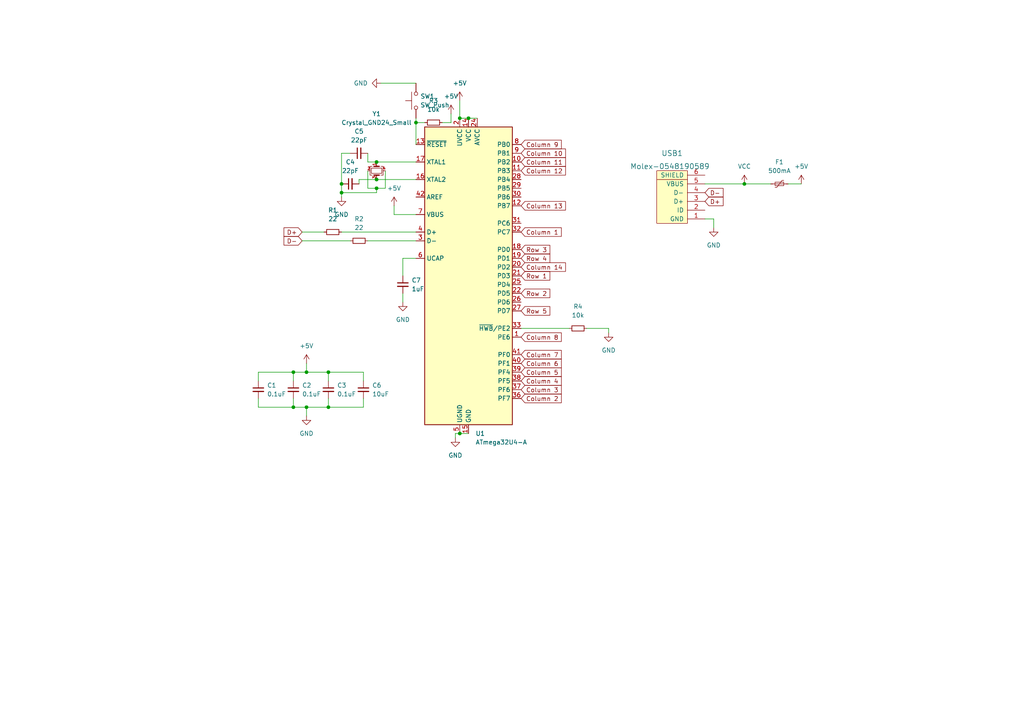
<source format=kicad_sch>
(kicad_sch (version 20211123) (generator eeschema)
  (paper "A4")
  (junction (at 349.25 102.87))
  (junction (at 533.4 60.96))
  (junction (at 501.65 110.49))
  (junction (at 420.37 60.96))
  (junction (at 382.27 102.87))
  (junction (at 372.11 127))
  (junction (at 414.02 86.36))
  (junction (at 543.56 69.85))
  (junction (at 420.37 93.98))
  (junction (at 388.62 93.98))
  (junction (at 463.55 53.34))
  (junction (at 453.39 93.98))
  (junction (at 436.88 110.49))
  (junction (at 501.65 77.47))
  (junction (at 414.02 53.34))
  (junction (at 495.3 86.36))
  (junction (at 349.25 86.36))
  (junction (at 382.27 53.34))
  (junction (at 558.8 53.34))
  (junction (at 349.25 69.85))
  (junction (at 543.56 53.34))
  (junction (at 215.9 53.34))
  (junction (at 518.16 93.98))
  (junction (at 518.16 60.96))
  (junction (at 133.35 125.73))
  (junction (at 485.14 60.96))
  (junction (at 95.25 107.95))
  (junction (at 365.76 86.36))
  (junction (at 518.16 77.47))
  (junction (at 85.09 107.95))
  (junction (at 388.62 60.96))
  (junction (at 365.76 69.85))
  (junction (at 372.11 110.49))
  (junction (at 528.32 53.34))
  (junction (at 436.88 93.98))
  (junction (at 85.09 118.11))
  (junction (at 468.63 110.49))
  (junction (at 398.78 86.36))
  (junction (at 355.6 110.49))
  (junction (at 453.39 60.96))
  (junction (at 339.09 127))
  (junction (at 420.37 77.47))
  (junction (at 133.35 34.29))
  (junction (at 372.11 93.98))
  (junction (at 403.86 93.98))
  (junction (at 518.16 127))
  (junction (at 495.3 53.34))
  (junction (at 468.63 93.98))
  (junction (at 478.79 86.36))
  (junction (at 468.63 77.47))
  (junction (at 339.09 60.96))
  (junction (at 511.81 53.34))
  (junction (at 463.55 86.36))
  (junction (at 436.88 60.96))
  (junction (at 447.04 69.85))
  (junction (at 388.62 77.47))
  (junction (at 447.04 86.36))
  (junction (at 501.65 93.98))
  (junction (at 95.25 118.11))
  (junction (at 453.39 110.49))
  (junction (at 430.53 53.34))
  (junction (at 543.56 102.87))
  (junction (at 511.81 86.36))
  (junction (at 518.16 110.49))
  (junction (at 355.6 93.98))
  (junction (at 339.09 110.49))
  (junction (at 339.09 77.47))
  (junction (at 355.6 77.47))
  (junction (at 436.88 127))
  (junction (at 403.86 77.47))
  (junction (at 528.32 86.36))
  (junction (at 468.63 60.96))
  (junction (at 501.65 60.96))
  (junction (at 403.86 110.49))
  (junction (at 558.8 69.85))
  (junction (at 463.55 69.85))
  (junction (at 355.6 127))
  (junction (at 436.88 77.47))
  (junction (at 420.37 110.49))
  (junction (at 447.04 53.34))
  (junction (at 495.3 69.85))
  (junction (at 485.14 93.98))
  (junction (at 447.04 102.87))
  (junction (at 120.65 35.56))
  (junction (at 430.53 86.36))
  (junction (at 478.79 69.85))
  (junction (at 88.9 118.11))
  (junction (at 453.39 77.47))
  (junction (at 365.76 53.34))
  (junction (at 99.06 55.88))
  (junction (at 501.65 127))
  (junction (at 355.6 60.96))
  (junction (at 511.81 69.85))
  (junction (at 135.89 34.29))
  (junction (at 478.79 53.34))
  (junction (at 388.62 110.49))
  (junction (at 372.11 60.96))
  (junction (at 382.27 69.85))
  (junction (at 109.22 52.07))
  (junction (at 398.78 53.34))
  (junction (at 533.4 77.47))
  (junction (at 403.86 60.96))
  (junction (at 430.53 69.85))
  (junction (at 485.14 77.47))
  (junction (at 109.22 54.61))
  (junction (at 382.27 86.36))
  (junction (at 99.06 53.34))
  (junction (at 414.02 69.85))
  (junction (at 543.56 86.36))
  (junction (at 485.14 110.49))
  (junction (at 528.32 69.85))
  (junction (at 511.81 102.87))
  (junction (at 398.78 69.85))
  (junction (at 533.4 127))
  (junction (at 349.25 53.34))
  (junction (at 88.9 107.95))
  (junction (at 528.32 102.87))
  (junction (at 109.22 46.99))
  (junction (at 365.76 102.87))
  (junction (at 339.09 93.98))
  (junction (at 372.11 77.47))
  (wire (pts (xy 436.88 86.36) (xy 436.88 88.9)))
  (wire (pts (xy 528.32 86.36) (xy 528.32 102.87)))
  (wire (pts (xy 88.9 107.95) (xy 95.25 107.95)))
  (wire (pts (xy 133.35 29.21) (xy 133.35 34.29)))
  (wire (pts (xy 485.14 60.96) (xy 501.65 60.96)))
  (wire (pts (xy 388.62 102.87) (xy 388.62 105.41)))
  (wire (pts (xy 403.86 110.49) (xy 420.37 110.49)))
  (wire (pts (xy 85.09 107.95) (xy 85.09 110.49)))
  (wire (pts (xy 135.89 34.29) (xy 138.43 34.29)))
  (wire (pts (xy 95.25 115.57) (xy 95.25 118.11)))
  (wire (pts (xy 478.79 86.36) (xy 478.79 102.87)))
  (wire (pts (xy 207.01 63.5) (xy 207.01 66.04)))
  (wire (pts (xy 106.68 49.53) (xy 106.68 54.61)))
  (wire (pts (xy 133.35 125.73) (xy 132.08 125.73)))
  (wire (pts (xy 372.11 69.85) (xy 372.11 72.39)))
  (wire (pts (xy 548.64 69.85) (xy 548.64 72.39)))
  (wire (pts (xy 334.01 60.96) (xy 339.09 60.96)))
  (wire (pts (xy 485.14 93.98) (xy 501.65 93.98)))
  (wire (pts (xy 151.13 95.25) (xy 165.1 95.25)))
  (wire (pts (xy 85.09 118.11) (xy 88.9 118.11)))
  (wire (pts (xy 388.62 110.49) (xy 403.86 110.49)))
  (wire (pts (xy 339.09 69.85) (xy 339.09 72.39)))
  (wire (pts (xy 372.11 102.87) (xy 372.11 105.41)))
  (wire (pts (xy 105.41 118.11) (xy 95.25 118.11)))
  (wire (pts (xy 403.86 93.98) (xy 420.37 93.98)))
  (wire (pts (xy 228.6 53.34) (xy 232.41 53.34)))
  (wire (pts (xy 528.32 41.91) (xy 528.32 53.34)))
  (wire (pts (xy 420.37 102.87) (xy 420.37 105.41)))
  (wire (pts (xy 558.8 41.91) (xy 558.8 53.34)))
  (wire (pts (xy 88.9 118.11) (xy 88.9 120.65)))
  (wire (pts (xy 339.09 127) (xy 355.6 127)))
  (wire (pts (xy 485.14 77.47) (xy 501.65 77.47)))
  (wire (pts (xy 382.27 86.36) (xy 382.27 102.87)))
  (wire (pts (xy 447.04 53.34) (xy 447.04 69.85)))
  (wire (pts (xy 355.6 110.49) (xy 372.11 110.49)))
  (wire (pts (xy 111.76 54.61) (xy 111.76 49.53)))
  (wire (pts (xy 495.3 53.34) (xy 495.3 69.85)))
  (wire (pts (xy 511.81 86.36) (xy 511.81 102.87)))
  (wire (pts (xy 74.93 107.95) (xy 74.93 110.49)))
  (wire (pts (xy 120.65 34.29) (xy 120.65 35.56)))
  (wire (pts (xy 382.27 102.87) (xy 382.27 119.38)))
  (wire (pts (xy 518.16 110.49) (xy 533.4 110.49)))
  (wire (pts (xy 74.93 115.57) (xy 74.93 118.11)))
  (wire (pts (xy 453.39 77.47) (xy 468.63 77.47)))
  (wire (pts (xy 403.86 102.87) (xy 403.86 105.41)))
  (wire (pts (xy 372.11 119.38) (xy 372.11 121.92)))
  (wire (pts (xy 511.81 102.87) (xy 511.81 119.38)))
  (wire (pts (xy 339.09 93.98) (xy 355.6 93.98)))
  (wire (pts (xy 106.68 69.85) (xy 120.65 69.85)))
  (wire (pts (xy 436.88 119.38) (xy 436.88 121.92)))
  (wire (pts (xy 436.88 102.87) (xy 436.88 105.41)))
  (wire (pts (xy 365.76 69.85) (xy 365.76 86.36)))
  (wire (pts (xy 87.63 67.31) (xy 93.98 67.31)))
  (wire (pts (xy 420.37 69.85) (xy 420.37 72.39)))
  (wire (pts (xy 414.02 41.91) (xy 414.02 53.34)))
  (wire (pts (xy 133.35 125.73) (xy 135.89 125.73)))
  (wire (pts (xy 403.86 60.96) (xy 420.37 60.96)))
  (wire (pts (xy 116.84 74.93) (xy 116.84 80.01)))
  (wire (pts (xy 453.39 86.36) (xy 453.39 88.9)))
  (wire (pts (xy 99.06 55.88) (xy 99.06 57.15)))
  (wire (pts (xy 485.14 86.36) (xy 485.14 88.9)))
  (wire (pts (xy 533.4 69.85) (xy 533.4 72.39)))
  (wire (pts (xy 501.65 127) (xy 518.16 127)))
  (wire (pts (xy 436.88 60.96) (xy 453.39 60.96)))
  (wire (pts (xy 533.4 119.38) (xy 533.4 121.92)))
  (wire (pts (xy 558.8 53.34) (xy 558.8 69.85)))
  (wire (pts (xy 365.76 53.34) (xy 365.76 69.85)))
  (wire (pts (xy 109.22 46.99) (xy 120.65 46.99)))
  (wire (pts (xy 430.53 53.34) (xy 430.53 69.85)))
  (wire (pts (xy 176.53 95.25) (xy 176.53 96.52)))
  (wire (pts (xy 463.55 53.34) (xy 463.55 69.85)))
  (wire (pts (xy 518.16 53.34) (xy 518.16 55.88)))
  (wire (pts (xy 511.81 41.91) (xy 511.81 53.34)))
  (wire (pts (xy 132.08 125.73) (xy 132.08 127)))
  (wire (pts (xy 109.22 54.61) (xy 111.76 54.61)))
  (wire (pts (xy 105.41 107.95) (xy 105.41 110.49)))
  (wire (pts (xy 110.49 24.13) (xy 120.65 24.13)))
  (wire (pts (xy 447.04 86.36) (xy 447.04 102.87)))
  (wire (pts (xy 403.86 86.36) (xy 403.86 88.9)))
  (wire (pts (xy 436.88 69.85) (xy 436.88 72.39)))
  (wire (pts (xy 99.06 44.45) (xy 99.06 53.34)))
  (wire (pts (xy 501.65 102.87) (xy 501.65 105.41)))
  (wire (pts (xy 339.09 77.47) (xy 355.6 77.47)))
  (wire (pts (xy 478.79 41.91) (xy 478.79 53.34)))
  (wire (pts (xy 99.06 67.31) (xy 120.65 67.31)))
  (wire (pts (xy 388.62 77.47) (xy 403.86 77.47)))
  (wire (pts (xy 388.62 93.98) (xy 403.86 93.98)))
  (wire (pts (xy 109.22 54.61) (xy 109.22 55.88)))
  (wire (pts (xy 528.32 69.85) (xy 528.32 86.36)))
  (wire (pts (xy 501.65 93.98) (xy 518.16 93.98)))
  (wire (pts (xy 453.39 102.87) (xy 453.39 105.41)))
  (wire (pts (xy 468.63 77.47) (xy 485.14 77.47)))
  (wire (pts (xy 349.25 86.36) (xy 349.25 102.87)))
  (wire (pts (xy 339.09 110.49) (xy 355.6 110.49)))
  (wire (pts (xy 447.04 41.91) (xy 447.04 53.34)))
  (wire (pts (xy 372.11 60.96) (xy 388.62 60.96)))
  (wire (pts (xy 355.6 119.38) (xy 355.6 121.92)))
  (wire (pts (xy 88.9 105.41) (xy 88.9 107.95)))
  (wire (pts (xy 485.14 69.85) (xy 485.14 72.39)))
  (wire (pts (xy 468.63 60.96) (xy 485.14 60.96)))
  (wire (pts (xy 447.04 69.85) (xy 447.04 86.36)))
  (wire (pts (xy 355.6 93.98) (xy 372.11 93.98)))
  (wire (pts (xy 372.11 93.98) (xy 388.62 93.98)))
  (wire (pts (xy 339.09 119.38) (xy 339.09 121.92)))
  (wire (pts (xy 365.76 41.91) (xy 365.76 53.34)))
  (wire (pts (xy 463.55 41.91) (xy 463.55 53.34)))
  (wire (pts (xy 528.32 102.87) (xy 528.32 119.38)))
  (wire (pts (xy 533.4 53.34) (xy 533.4 55.88)))
  (wire (pts (xy 420.37 60.96) (xy 436.88 60.96)))
  (wire (pts (xy 436.88 77.47) (xy 453.39 77.47)))
  (wire (pts (xy 355.6 102.87) (xy 355.6 105.41)))
  (wire (pts (xy 109.22 52.07) (xy 104.14 52.07)))
  (wire (pts (xy 104.14 52.07) (xy 104.14 53.34)))
  (wire (pts (xy 114.3 62.23) (xy 114.3 59.69)))
  (wire (pts (xy 533.4 86.36) (xy 533.4 88.9)))
  (wire (pts (xy 485.14 110.49) (xy 501.65 110.49)))
  (wire (pts (xy 468.63 53.34) (xy 468.63 55.88)))
  (wire (pts (xy 485.14 102.87) (xy 485.14 105.41)))
  (wire (pts (xy 120.65 74.93) (xy 116.84 74.93)))
  (wire (pts (xy 533.4 127) (xy 548.64 127)))
  (wire (pts (xy 543.56 53.34) (xy 543.56 69.85)))
  (wire (pts (xy 518.16 86.36) (xy 518.16 88.9)))
  (wire (pts (xy 468.63 110.49) (xy 485.14 110.49)))
  (wire (pts (xy 495.3 69.85) (xy 495.3 86.36)))
  (wire (pts (xy 501.65 53.34) (xy 501.65 55.88)))
  (wire (pts (xy 430.53 86.36) (xy 430.53 102.87)))
  (wire (pts (xy 398.78 69.85) (xy 398.78 86.36)))
  (wire (pts (xy 420.37 86.36) (xy 420.37 88.9)))
  (wire (pts (xy 558.8 69.85) (xy 558.8 119.38)))
  (wire (pts (xy 365.76 86.36) (xy 365.76 102.87)))
  (wire (pts (xy 518.16 60.96) (xy 533.4 60.96)))
  (wire (pts (xy 478.79 69.85) (xy 478.79 86.36)))
  (wire (pts (xy 109.22 55.88) (xy 99.06 55.88)))
  (wire (pts (xy 403.86 69.85) (xy 403.86 72.39)))
  (wire (pts (xy 372.11 110.49) (xy 388.62 110.49)))
  (wire (pts (xy 388.62 69.85) (xy 388.62 72.39)))
  (wire (pts (xy 511.81 53.34) (xy 511.81 69.85)))
  (wire (pts (xy 88.9 118.11) (xy 95.25 118.11)))
  (wire (pts (xy 133.35 34.29) (xy 135.89 34.29)))
  (wire (pts (xy 518.16 119.38) (xy 518.16 121.92)))
  (wire (pts (xy 101.6 44.45) (xy 99.06 44.45)))
  (wire (pts (xy 334.01 110.49) (xy 339.09 110.49)))
  (wire (pts (xy 414.02 69.85) (xy 414.02 86.36)))
  (wire (pts (xy 339.09 53.34) (xy 339.09 55.88)))
  (wire (pts (xy 528.32 53.34) (xy 528.32 69.85)))
  (wire (pts (xy 372.11 127) (xy 436.88 127)))
  (wire (pts (xy 355.6 60.96) (xy 372.11 60.96)))
  (wire (pts (xy 403.86 53.34) (xy 403.86 55.88)))
  (wire (pts (xy 501.65 119.38) (xy 501.65 121.92)))
  (wire (pts (xy 420.37 93.98) (xy 436.88 93.98)))
  (wire (pts (xy 420.37 77.47) (xy 436.88 77.47)))
  (wire (pts (xy 99.06 53.34) (xy 99.06 55.88)))
  (wire (pts (xy 87.63 69.85) (xy 101.6 69.85)))
  (wire (pts (xy 355.6 127) (xy 372.11 127)))
  (wire (pts (xy 430.53 69.85) (xy 430.53 86.36)))
  (wire (pts (xy 398.78 86.36) (xy 398.78 102.87)))
  (wire (pts (xy 355.6 53.34) (xy 355.6 55.88)))
  (wire (pts (xy 109.22 52.07) (xy 120.65 52.07)))
  (wire (pts (xy 388.62 53.34) (xy 388.62 55.88)))
  (wire (pts (xy 468.63 69.85) (xy 468.63 72.39)))
  (wire (pts (xy 495.3 86.36) (xy 495.3 102.87)))
  (wire (pts (xy 468.63 86.36) (xy 468.63 88.9)))
  (wire (pts (xy 420.37 53.34) (xy 420.37 55.88)))
  (wire (pts (xy 518.16 93.98) (xy 533.4 93.98)))
  (wire (pts (xy 204.47 63.5) (xy 207.01 63.5)))
  (wire (pts (xy 170.18 95.25) (xy 176.53 95.25)))
  (wire (pts (xy 436.88 110.49) (xy 453.39 110.49)))
  (wire (pts (xy 501.65 60.96) (xy 518.16 60.96)))
  (wire (pts (xy 95.25 107.95) (xy 105.41 107.95)))
  (wire (pts (xy 372.11 77.47) (xy 388.62 77.47)))
  (wire (pts (xy 355.6 69.85) (xy 355.6 72.39)))
  (wire (pts (xy 388.62 60.96) (xy 403.86 60.96)))
  (wire (pts (xy 463.55 69.85) (xy 463.55 86.36)))
  (wire (pts (xy 543.56 86.36) (xy 543.56 102.87)))
  (wire (pts (xy 74.93 107.95) (xy 85.09 107.95)))
  (wire (pts (xy 447.04 102.87) (xy 447.04 119.38)))
  (wire (pts (xy 403.86 77.47) (xy 420.37 77.47)))
  (wire (pts (xy 518.16 69.85) (xy 518.16 72.39)))
  (wire (pts (xy 414.02 53.34) (xy 414.02 69.85)))
  (wire (pts (xy 372.11 53.34) (xy 372.11 55.88)))
  (wire (pts (xy 339.09 60.96) (xy 355.6 60.96)))
  (wire (pts (xy 463.55 86.36) (xy 463.55 102.87)))
  (wire (pts (xy 468.63 102.87) (xy 468.63 105.41)))
  (wire (pts (xy 453.39 110.49) (xy 468.63 110.49)))
  (wire (pts (xy 436.88 127) (xy 501.65 127)))
  (wire (pts (xy 349.25 53.34) (xy 349.25 69.85)))
  (wire (pts (xy 105.41 115.57) (xy 105.41 118.11)))
  (wire (pts (xy 543.56 69.85) (xy 543.56 86.36)))
  (wire (pts (xy 382.27 53.34) (xy 382.27 69.85)))
  (wire (pts (xy 414.02 86.36) (xy 414.02 102.87)))
  (wire (pts (xy 453.39 53.34) (xy 453.39 55.88)))
  (wire (pts (xy 436.88 53.34) (xy 436.88 55.88)))
  (wire (pts (xy 85.09 107.95) (xy 88.9 107.95)))
  (wire (pts (xy 372.11 86.36) (xy 372.11 88.9)))
  (wire (pts (xy 495.3 41.91) (xy 495.3 53.34)))
  (wire (pts (xy 478.79 53.34) (xy 478.79 69.85)))
  (wire (pts (xy 543.56 102.87) (xy 543.56 119.38)))
  (wire (pts (xy 501.65 69.85) (xy 501.65 72.39)))
  (wire (pts (xy 382.27 41.91) (xy 382.27 53.34)))
  (wire (pts (xy 501.65 110.49) (xy 518.16 110.49)))
  (wire (pts (xy 501.65 86.36) (xy 501.65 88.9)))
  (wire (pts (xy 511.81 69.85) (xy 511.81 86.36)))
  (wire (pts (xy 334.01 77.47) (xy 339.09 77.47)))
  (wire (pts (xy 533.4 77.47) (xy 548.64 77.47)))
  (wire (pts (xy 453.39 93.98) (xy 468.63 93.98)))
  (wire (pts (xy 334.01 93.98) (xy 339.09 93.98)))
  (wire (pts (xy 548.64 53.34) (xy 548.64 55.88)))
  (wire (pts (xy 430.53 41.91) (xy 430.53 53.34)))
  (wire (pts (xy 339.09 102.87) (xy 339.09 105.41)))
  (wire (pts (xy 109.22 46.99) (xy 106.68 46.99)))
  (wire (pts (xy 349.25 41.91) (xy 349.25 53.34)))
  (wire (pts (xy 382.27 69.85) (xy 382.27 86.36)))
  (wire (pts (xy 74.93 118.11) (xy 85.09 118.11)))
  (wire (pts (xy 355.6 77.47) (xy 372.11 77.47)))
  (wire (pts (xy 453.39 60.96) (xy 468.63 60.96)))
  (wire (pts (xy 533.4 102.87) (xy 533.4 105.41)))
  (wire (pts (xy 106.68 54.61) (xy 109.22 54.61)))
  (wire (pts (xy 349.25 69.85) (xy 349.25 86.36)))
  (wire (pts (xy 128.27 35.56) (xy 130.81 35.56)))
  (wire (pts (xy 518.16 127) (xy 533.4 127)))
  (wire (pts (xy 398.78 41.91) (xy 398.78 53.34)))
  (wire (pts (xy 349.25 102.87) (xy 349.25 119.38)))
  (wire (pts (xy 215.9 53.34) (xy 223.52 53.34)))
  (wire (pts (xy 485.14 53.34) (xy 485.14 55.88)))
  (wire (pts (xy 501.65 77.47) (xy 518.16 77.47)))
  (wire (pts (xy 120.65 35.56) (xy 123.19 35.56)))
  (wire (pts (xy 130.81 33.02) (xy 130.81 35.56)))
  (wire (pts (xy 420.37 110.49) (xy 436.88 110.49)))
  (wire (pts (xy 388.62 86.36) (xy 388.62 88.9)))
  (wire (pts (xy 533.4 60.96) (xy 548.64 60.96)))
  (wire (pts (xy 204.47 53.34) (xy 215.9 53.34)))
  (wire (pts (xy 518.16 102.87) (xy 518.16 105.41)))
  (wire (pts (xy 334.01 127) (xy 339.09 127)))
  (wire (pts (xy 468.63 93.98) (xy 485.14 93.98)))
  (wire (pts (xy 365.76 102.87) (xy 365.76 119.38)))
  (wire (pts (xy 120.65 35.56) (xy 120.65 41.91)))
  (wire (pts (xy 116.84 85.09) (xy 116.84 87.63)))
  (wire (pts (xy 436.88 93.98) (xy 453.39 93.98)))
  (wire (pts (xy 453.39 69.85) (xy 453.39 72.39)))
  (wire (pts (xy 543.56 41.91) (xy 543.56 53.34)))
  (wire (pts (xy 355.6 86.36) (xy 355.6 88.9)))
  (wire (pts (xy 95.25 107.95) (xy 95.25 110.49)))
  (wire (pts (xy 548.64 119.38) (xy 548.64 121.92)))
  (wire (pts (xy 339.09 86.36) (xy 339.09 88.9)))
  (wire (pts (xy 398.78 53.34) (xy 398.78 69.85)))
  (wire (pts (xy 106.68 46.99) (xy 106.68 44.45)))
  (wire (pts (xy 518.16 77.47) (xy 533.4 77.47)))
  (wire (pts (xy 85.09 115.57) (xy 85.09 118.11)))
  (wire (pts (xy 120.65 62.23) (xy 114.3 62.23)))
  (global_label "Row 5" (shape input) (at 151.13 90.17 0) (property "Intersheet References" "${INTERSHEET_REFS}" (effects hide)))
  (global_label "Column 13" (shape input) (at 543.56 41.91 90) (property "Intersheet References" "${INTERSHEET_REFS}" (effects hide)))
  (global_label "Column 4" (shape input) (at 398.78 41.91 90) (property "Intersheet References" "${INTERSHEET_REFS}" (effects hide)))
  (global_label "Column 1" (shape input) (at 349.25 41.91 90) (property "Intersheet References" "${INTERSHEET_REFS}" (effects hide)))
  (global_label "D+" (shape input) (at 87.63 67.31 180) (property "Intersheet References" "${INTERSHEET_REFS}" (effects hide)))
  (global_label "Column 11" (shape input) (at 151.13 46.99 0) (property "Intersheet References" "${INTERSHEET_REFS}" (effects hide)))
  (global_label "Row 3" (shape input) (at 151.13 72.39 0) (property "Intersheet References" "${INTERSHEET_REFS}" (effects hide)))
  (global_label "Column 13" (shape input) (at 151.13 59.69 0) (property "Intersheet References" "${INTERSHEET_REFS}" (effects hide)))
  (global_label "Column 4" (shape input) (at 151.13 110.49 0) (property "Intersheet References" "${INTERSHEET_REFS}" (effects hide)))
  (global_label "Row 2" (shape input) (at 334.01 77.47 180) (property "Intersheet References" "${INTERSHEET_REFS}" (effects hide)))
  (global_label "Column 10" (shape input) (at 495.3 41.91 90) (property "Intersheet References" "${INTERSHEET_REFS}" (effects hide)))
  (global_label "Column 3" (shape input) (at 382.27 41.91 90) (property "Intersheet References" "${INTERSHEET_REFS}" (effects hide)))
  (global_label "Column 9" (shape input) (at 478.79 41.91 90) (property "Intersheet References" "${INTERSHEET_REFS}" (effects hide)))
  (global_label "D+" (shape input) (at 204.47 58.42 0) (property "Intersheet References" "${INTERSHEET_REFS}" (effects hide)))
  (global_label "Column 3" (shape input) (at 151.13 113.03 0) (property "Intersheet References" "${INTERSHEET_REFS}" (effects hide)))
  (global_label "Column 6" (shape input) (at 151.13 105.41 0) (property "Intersheet References" "${INTERSHEET_REFS}" (effects hide)))
  (global_label "Column 5" (shape input) (at 151.13 107.95 0) (property "Intersheet References" "${INTERSHEET_REFS}" (effects hide)))
  (global_label "Column 2" (shape input) (at 151.13 115.57 0) (property "Intersheet References" "${INTERSHEET_REFS}" (effects hide)))
  (global_label "Row 3" (shape input) (at 334.01 93.98 180) (property "Intersheet References" "${INTERSHEET_REFS}" (effects hide)))
  (global_label "D-" (shape input) (at 87.63 69.85 180) (property "Intersheet References" "${INTERSHEET_REFS}" (effects hide)))
  (global_label "Column 7" (shape input) (at 151.13 102.87 0) (property "Intersheet References" "${INTERSHEET_REFS}" (effects hide)))
  (global_label "Row 2" (shape input) (at 151.13 85.09 0) (property "Intersheet References" "${INTERSHEET_REFS}" (effects hide)))
  (global_label "Column 12" (shape input) (at 151.13 49.53 0) (property "Intersheet References" "${INTERSHEET_REFS}" (effects hide)))
  (global_label "Column 9" (shape input) (at 151.13 41.91 0) (property "Intersheet References" "${INTERSHEET_REFS}" (effects hide)))
  (global_label "Row 5" (shape input) (at 334.01 127 180) (property "Intersheet References" "${INTERSHEET_REFS}" (effects hide)))
  (global_label "Column 11" (shape input) (at 511.81 41.91 90) (property "Intersheet References" "${INTERSHEET_REFS}" (effects hide)))
  (global_label "Row 1" (shape input) (at 151.13 80.01 0) (property "Intersheet References" "${INTERSHEET_REFS}" (effects hide)))
  (global_label "Row 1" (shape input) (at 334.01 60.96 180) (property "Intersheet References" "${INTERSHEET_REFS}" (effects hide)))
  (global_label "Column 1" (shape input) (at 151.13 67.31 0) (property "Intersheet References" "${INTERSHEET_REFS}" (effects hide)))
  (global_label "Column 14" (shape input) (at 151.13 77.47 0) (property "Intersheet References" "${INTERSHEET_REFS}" (effects hide)))
  (global_label "Column 14" (shape input) (at 558.8 41.91 90) (property "Intersheet References" "${INTERSHEET_REFS}" (effects hide)))
  (global_label "Row 4" (shape input) (at 151.13 74.93 0) (property "Intersheet References" "${INTERSHEET_REFS}" (effects hide)))
  (global_label "Column 7" (shape input) (at 447.04 41.91 90) (property "Intersheet References" "${INTERSHEET_REFS}" (effects hide)))
  (global_label "Column 5" (shape input) (at 414.02 41.91 90) (property "Intersheet References" "${INTERSHEET_REFS}" (effects hide)))
  (global_label "D-" (shape input) (at 204.47 55.88 0) (property "Intersheet References" "${INTERSHEET_REFS}" (effects hide)))
  (global_label "Column 12" (shape input) (at 528.32 41.91 90) (property "Intersheet References" "${INTERSHEET_REFS}" (effects hide)))
  (global_label "Column 6" (shape input) (at 430.53 41.91 90) (property "Intersheet References" "${INTERSHEET_REFS}" (effects hide)))
  (global_label "Column 10" (shape input) (at 151.13 44.45 0) (property "Intersheet References" "${INTERSHEET_REFS}" (effects hide)))
  (global_label "Column 2" (shape input) (at 365.76 41.91 90) (property "Intersheet References" "${INTERSHEET_REFS}" (effects hide)))
  (global_label "Row 4" (shape input) (at 334.01 110.49 180) (property "Intersheet References" "${INTERSHEET_REFS}" (effects hide)))
  (global_label "Column 8" (shape input) (at 463.55 41.91 90) (property "Intersheet References" "${INTERSHEET_REFS}" (effects hide)))
  (global_label "Column 8" (shape input) (at 151.13 97.79 0) (property "Intersheet References" "${INTERSHEET_REFS}" (effects hide)))
  (symbol (lib_id "Device:D_Small") (at 468.63 74.93 90) (unit 1)
    (property "Reference" "D_I1" (at 471.17 73.6599 90) (effects (justify right)))
    (property "Value" "D_Small" (at 471.17 76.1999 90) (effects (justify right)))
    (property "Footprint" "Diode_SMD:D_SOD-123" (effects hide))
  )
  (symbol (lib_id "Device:D_Small") (at 485.14 58.42 90) (unit 1)
    (property "Reference" "D_9" (at 487.68 57.1499 90) (effects (justify right)))
    (property "Value" "D_Small" (at 487.68 59.6899 90) (effects (justify right)))
    (property "Footprint" "Diode_SMD:D_SOD-123" (effects hide))
  )
  (symbol (lib_id "CherryMX:CherryMX") (at 458.47 69.85 0) (unit 1)
    (property "Reference" "SW_U1" (at 458.47 62.23 0))
    (property "Value" "CherryMX" (at 458.47 64.77 0))
    (property "Footprint" "MX_Alps_Hybrid:MXOnly-1U-NoLED" (effects hide))
  )
  (symbol (lib_id "Device:D_Small") (at 355.6 107.95 90) (unit 1)
    (property "Reference" "D_\\1" (at 358.14 106.6799 90) (effects (justify right)))
    (property "Value" "D_Small" (at 358.14 109.2199 90) (effects (justify right)))
    (property "Footprint" "Diode_SMD:D_SOD-123" (effects hide))
  )
  (symbol (lib_id "Device:D_Small") (at 339.09 124.46 90) (unit 1)
    (property "Reference" "D_LCTRL1" (at 341.63 123.1899 90) (effects (justify right)))
    (property "Value" "D_Small" (at 341.63 125.7299 90) (effects (justify right)))
    (property "Footprint" "Diode_SMD:D_SOD-123" (effects hide))
  )
  (symbol (lib_id "Device:R_Small") (at 96.52 67.31 90) (unit 1)
    (property "Reference" "R1" (at 96.52 60.96 90))
    (property "Value" "22" (at 96.52 63.5 90))
    (property "Footprint" "Resistor_SMD:R_0805_2012Metric" (effects hide))
  )
  (symbol (lib_id "CherryMX:CherryMX") (at 360.68 119.38 0) (unit 1)
    (property "Reference" "SW_LWIN1" (at 360.68 111.76 0))
    (property "Value" "CherryMX" (at 360.68 114.3 0))
    (property "Footprint" "MX_Alps_Hybrid:MXOnly-1.25U-NoLED" (effects hide))
  )
  (symbol (lib_id "CherryMX:CherryMX") (at 408.94 86.36 0) (unit 1)
    (property "Reference" "SW_F1" (at 408.94 78.74 0))
    (property "Value" "CherryMX" (at 408.94 81.28 0))
    (property "Footprint" "MX_Alps_Hybrid:MXOnly-1U-NoLED" (effects hide))
  )
  (symbol (lib_id "Device:D_Small") (at 501.65 91.44 90) (unit 1)
    (property "Reference" "D_;1" (at 504.19 90.1699 90) (effects (justify right)))
    (property "Value" "D_Small" (at 504.19 92.7099 90) (effects (justify right)))
    (property "Footprint" "Diode_SMD:D_SOD-123" (effects hide))
  )
  (symbol (lib_id "CherryMX:CherryMX") (at 441.96 69.85 0) (unit 1)
    (property "Reference" "SW_Y1" (at 441.96 62.23 0))
    (property "Value" "CherryMX" (at 441.96 64.77 0))
    (property "Footprint" "MX_Alps_Hybrid:MXOnly-1U-NoLED" (effects hide))
  )
  (symbol (lib_id "Device:D_Small") (at 355.6 58.42 90) (unit 1)
    (property "Reference" "D_1" (at 358.14 57.1499 90) (effects (justify right)))
    (property "Value" "D_Small" (at 358.14 59.6899 90) (effects (justify right)))
    (property "Footprint" "Diode_SMD:D_SOD-123" (effects hide))
  )
  (symbol (lib_id "CherryMX:CherryMX") (at 441.96 53.34 0) (unit 1)
    (property "Reference" "SW_6" (at 441.96 45.72 0))
    (property "Value" "CherryMX" (at 441.96 48.26 0))
    (property "Footprint" "MX_Alps_Hybrid:MXOnly-1U-NoLED" (effects hide))
  )
  (symbol (lib_id "Device:D_Small") (at 533.4 107.95 90) (unit 1)
    (property "Reference" "D_RSHIFT1" (at 535.94 106.6799 90) (effects (justify right)))
    (property "Value" "D_Small" (at 535.94 109.2199 90) (effects (justify right)))
    (property "Footprint" "Diode_SMD:D_SOD-123" (effects hide))
  )
  (symbol (lib_id "Device:D_Small") (at 403.86 58.42 90) (unit 1)
    (property "Reference" "D_4" (at 406.4 57.1499 90) (effects (justify right)))
    (property "Value" "D_Small" (at 406.4 59.6899 90) (effects (justify right)))
    (property "Footprint" "Diode_SMD:D_SOD-123" (effects hide))
  )
  (symbol (lib_id "Device:D_Small") (at 485.14 91.44 90) (unit 1)
    (property "Reference" "D_L1" (at 487.68 90.1699 90) (effects (justify right)))
    (property "Value" "D_Small" (at 487.68 92.7099 90) (effects (justify right)))
    (property "Footprint" "Diode_SMD:D_SOD-123" (effects hide))
  )
  (symbol (lib_id "CherryMX:CherryMX") (at 393.7 86.36 0) (unit 1)
    (property "Reference" "SW_D1" (at 393.7 78.74 0))
    (property "Value" "CherryMX" (at 393.7 81.28 0))
    (property "Footprint" "MX_Alps_Hybrid:MXOnly-1U-NoLED" (effects hide))
  )
  (symbol (lib_id "CherryMX:CherryMX") (at 553.72 53.34 0) (unit 1)
    (property "Reference" "SW_BACKSPACE1" (at 553.72 45.72 0))
    (property "Value" "CherryMX" (at 553.72 48.26 0))
    (property "Footprint" "MX_Alps_Hybrid:MXOnly-2U-NoLED" (effects hide))
  )
  (symbol (lib_id "CherryMX:CherryMX") (at 377.19 86.36 0) (unit 1)
    (property "Reference" "SW_S1" (at 377.19 78.74 0))
    (property "Value" "CherryMX" (at 377.19 81.28 0))
    (property "Footprint" "MX_Alps_Hybrid:MXOnly-1U-NoLED" (effects hide))
  )
  (symbol (lib_id "CherryMX:CherryMX") (at 473.71 102.87 0) (unit 1)
    (property "Reference" "SW_M1" (at 473.71 95.25 0))
    (property "Value" "CherryMX" (at 473.71 97.79 0))
    (property "Footprint" "MX_Alps_Hybrid:MXOnly-1U-NoLED" (effects hide))
  )
  (symbol (lib_id "CherryMX:CherryMX") (at 344.17 53.34 0) (unit 1)
    (property "Reference" "SW_ESC1" (at 344.17 45.72 0))
    (property "Value" "CherryMX" (at 344.17 48.26 0))
    (property "Footprint" "MX_Alps_Hybrid:MXOnly-1U-NoLED" (effects hide))
  )
  (symbol (lib_id "Device:D_Small") (at 436.88 124.46 90) (unit 1)
    (property "Reference" "D_SPACEBAR1" (at 439.42 123.1899 90) (effects (justify right)))
    (property "Value" "D_Small" (at 439.42 125.7299 90) (effects (justify right)))
    (property "Footprint" "Diode_SMD:D_SOD-123" (effects hide))
  )
  (symbol (lib_id "Device:C_Small") (at 105.41 113.03 0) (unit 1)
    (property "Reference" "C6" (at 107.95 111.7662 0) (effects (justify left)))
    (property "Value" "10uF" (at 107.95 114.3062 0) (effects (justify left)))
    (property "Footprint" "Capacitor_SMD:C_0805_2012Metric" (effects hide))
  )
  (symbol (lib_id "Device:D_Small") (at 436.88 107.95 90) (unit 1)
    (property "Reference" "D_B1" (at 439.42 106.6799 90) (effects (justify right)))
    (property "Value" "D_Small" (at 439.42 109.2199 90) (effects (justify right)))
    (property "Footprint" "Diode_SMD:D_SOD-123" (effects hide))
  )
  (symbol (lib_id "CherryMX:CherryMX") (at 377.19 119.38 0) (unit 1)
    (property "Reference" "SW_ALT1" (at 377.19 111.76 0))
    (property "Value" "CherryMX" (at 377.19 114.3 0))
    (property "Footprint" "MX_Alps_Hybrid:MXOnly-1.25U-NoLED" (effects hide))
  )
  (symbol (lib_id "Device:Polyfuse_Small") (at 226.06 53.34 90) (unit 1)
    (property "Reference" "F1" (at 226.06 46.99 90))
    (property "Value" "500mA" (at 226.06 49.53 90))
    (property "Footprint" "Fuse:Fuse_1206_3216Metric" (effects hide))
  )
  (symbol (lib_id "Device:D_Small") (at 518.16 124.46 90) (unit 1)
    (property "Reference" "D_RWIN1" (at 520.7 123.1899 90) (effects (justify right)))
    (property "Value" "D_Small" (at 520.7 125.7299 90) (effects (justify right)))
    (property "Footprint" "Diode_SMD:D_SOD-123" (effects hide))
  )
  (symbol (lib_id "Device:D_Small") (at 453.39 91.44 90) (unit 1)
    (property "Reference" "D_J1" (at 455.93 90.1699 90) (effects (justify right)))
    (property "Value" "D_Small" (at 455.93 92.7099 90) (effects (justify right)))
    (property "Footprint" "Diode_SMD:D_SOD-123" (effects hide))
  )
  (symbol (lib_id "Device:D_Small") (at 388.62 107.95 90) (unit 1)
    (property "Reference" "D_X1" (at 391.16 106.6799 90) (effects (justify right)))
    (property "Value" "D_Small" (at 391.16 109.2199 90) (effects (justify right)))
    (property "Footprint" "Diode_SMD:D_SOD-123" (effects hide))
  )
  (symbol (lib_id "Device:D_Small") (at 355.6 124.46 90) (unit 1)
    (property "Reference" "D_LWIN1" (at 358.14 123.1899 90) (effects (justify right)))
    (property "Value" "D_Small" (at 358.14 125.7299 90) (effects (justify right)))
    (property "Footprint" "Diode_SMD:D_SOD-123" (effects hide))
  )
  (symbol (lib_id "Device:D_Small") (at 436.88 74.93 90) (unit 1)
    (property "Reference" "D_Y1" (at 439.42 73.6599 90) (effects (justify right)))
    (property "Value" "D_Small" (at 439.42 76.1999 90) (effects (justify right)))
    (property "Footprint" "Diode_SMD:D_SOD-123" (effects hide))
  )
  (symbol (lib_id "Device:D_Small") (at 420.37 107.95 90) (unit 1)
    (property "Reference" "D_V1" (at 422.91 106.6799 90) (effects (justify right)))
    (property "Value" "D_Small" (at 422.91 109.2199 90) (effects (justify right)))
    (property "Footprint" "Diode_SMD:D_SOD-123" (effects hide))
  )
  (symbol (lib_id "Device:R_Small") (at 104.14 69.85 90) (unit 1)
    (property "Reference" "R2" (at 104.14 63.5 90))
    (property "Value" "22" (at 104.14 66.04 90))
    (property "Footprint" "Resistor_SMD:R_0805_2012Metric" (effects hide))
  )
  (symbol (lib_id "Device:D_Small") (at 339.09 91.44 90) (unit 1)
    (property "Reference" "D_CAPS1" (at 341.63 90.1699 90) (effects (justify right)))
    (property "Value" "D_Small" (at 341.63 92.7099 90) (effects (justify right)))
    (property "Footprint" "Diode_SMD:D_SOD-123" (effects hide))
  )
  (symbol (lib_id "Device:R_Small") (at 125.73 35.56 90) (unit 1)
    (property "Reference" "R3" (at 125.73 29.21 90))
    (property "Value" "10k" (at 125.73 31.75 90))
    (property "Footprint" "Resistor_SMD:R_0805_2012Metric" (effects hide))
  )
  (symbol (lib_id "Device:D_Small") (at 403.86 107.95 90) (unit 1)
    (property "Reference" "D_C1" (at 406.4 106.6799 90) (effects (justify right)))
    (property "Value" "D_Small" (at 406.4 109.2199 90) (effects (justify right)))
    (property "Footprint" "Diode_SMD:D_SOD-123" (effects hide))
  )
  (symbol (lib_id "CherryMX:CherryMX") (at 377.19 53.34 0) (unit 1)
    (property "Reference" "SW_2" (at 377.19 45.72 0))
    (property "Value" "CherryMX" (at 377.19 48.26 0))
    (property "Footprint" "MX_Alps_Hybrid:MXOnly-1U-NoLED" (effects hide))
  )
  (symbol (lib_id "CherryMX:CherryMX") (at 506.73 119.38 0) (unit 1)
    (property "Reference" "SW_ALTGR1" (at 506.73 111.76 0))
    (property "Value" "CherryMX" (at 506.73 114.3 0))
    (property "Footprint" "MX_Alps_Hybrid:MXOnly-1.25U-NoLED" (effects hide))
  )
  (symbol (lib_id "Device:D_Small") (at 533.4 58.42 90) (unit 1)
    (property "Reference" "D_=1" (at 535.94 57.1499 90) (effects (justify right)))
    (property "Value" "D_Small" (at 535.94 59.6899 90) (effects (justify right)))
    (property "Footprint" "Diode_SMD:D_SOD-123" (effects hide))
  )
  (symbol (lib_id "CherryMX:CherryMX") (at 344.17 119.38 0) (unit 1)
    (property "Reference" "SW_LCTRL1" (at 344.17 111.76 0))
    (property "Value" "CherryMX" (at 344.17 114.3 0))
    (property "Footprint" "MX_Alps_Hybrid:MXOnly-1.25U-NoLED" (effects hide))
  )
  (symbol (lib_id "CherryMX:CherryMX") (at 425.45 69.85 0) (unit 1)
    (property "Reference" "SW_T1" (at 425.45 62.23 0))
    (property "Value" "CherryMX" (at 425.45 64.77 0))
    (property "Footprint" "MX_Alps_Hybrid:MXOnly-1U-NoLED" (effects hide))
  )
  (symbol (lib_id "Device:D_Small") (at 372.11 91.44 90) (unit 1)
    (property "Reference" "D_S1" (at 374.65 90.1699 90) (effects (justify right)))
    (property "Value" "D_Small" (at 374.65 92.7099 90) (effects (justify right)))
    (property "Footprint" "Diode_SMD:D_SOD-123" (effects hide))
  )
  (symbol (lib_id "CherryMX:CherryMX") (at 553.72 119.38 0) (unit 1)
    (property "Reference" "SW_RCTRL1" (at 553.72 111.76 0))
    (property "Value" "CherryMX" (at 553.72 114.3 0))
    (property "Footprint" "MX_Alps_Hybrid:MXOnly-1.25U-NoLED" (effects hide))
  )
  (symbol (lib_id "Device:D_Small") (at 372.11 74.93 90) (unit 1)
    (property "Reference" "D_W1" (at 374.65 73.6599 90) (effects (justify right)))
    (property "Value" "D_Small" (at 374.65 76.1999 90) (effects (justify right)))
    (property "Footprint" "Diode_SMD:D_SOD-123" (effects hide))
  )
  (symbol (lib_id "power:+5V") (at 130.81 33.02 0) (unit 1)
    (property "Reference" "#PWR0109" (effects hide))
    (property "Value" "+5V" (at 130.81 27.94 0))
  )
  (symbol (lib_id "CherryMX:CherryMX") (at 360.68 69.85 0) (unit 1)
    (property "Reference" "SW_Q1" (at 360.68 62.23 0))
    (property "Value" "CherryMX" (at 360.68 64.77 0))
    (property "Footprint" "MX_Alps_Hybrid:MXOnly-1U-NoLED" (effects hide))
  )
  (symbol (lib_id "CherryMX:CherryMX") (at 377.19 69.85 0) (unit 1)
    (property "Reference" "SW_W1" (at 377.19 62.23 0))
    (property "Value" "CherryMX" (at 377.19 64.77 0))
    (property "Footprint" "MX_Alps_Hybrid:MXOnly-1U-NoLED" (effects hide))
  )
  (symbol (lib_id "Device:D_Small") (at 339.09 107.95 90) (unit 1)
    (property "Reference" "D_LSHIFT1" (at 341.63 106.6799 90) (effects (justify right)))
    (property "Value" "D_Small" (at 341.63 109.2199 90) (effects (justify right)))
    (property "Footprint" "Diode_SMD:D_SOD-123" (effects hide))
  )
  (symbol (lib_id "CherryMX:CherryMX") (at 473.71 86.36 0) (unit 1)
    (property "Reference" "SW_K1" (at 473.71 78.74 0))
    (property "Value" "CherryMX" (at 473.71 81.28 0))
    (property "Footprint" "MX_Alps_Hybrid:MXOnly-1U-NoLED" (effects hide))
  )
  (symbol (lib_id "power:VCC") (at 215.9 53.34 0) (unit 1)
    (property "Reference" "#PWR0112" (effects hide))
    (property "Value" "VCC" (at 215.9 48.26 0))
  )
  (symbol (lib_id "Device:C_Small") (at 101.6 53.34 90) (unit 1)
    (property "Reference" "C4" (at 101.6063 46.99 90))
    (property "Value" "22pF" (at 101.6063 49.53 90))
    (property "Footprint" "Capacitor_SMD:C_0805_2012Metric" (effects hide))
  )
  (symbol (lib_id "CherryMX:CherryMX") (at 408.94 53.34 0) (unit 1)
    (property "Reference" "SW_4" (at 408.94 45.72 0))
    (property "Value" "CherryMX" (at 408.94 48.26 0))
    (property "Footprint" "MX_Alps_Hybrid:MXOnly-1U-NoLED" (effects hide))
  )
  (symbol (lib_id "Device:D_Small") (at 388.62 58.42 90) (unit 1)
    (property "Reference" "D_3" (at 391.16 57.1499 90) (effects (justify right)))
    (property "Value" "D_Small" (at 391.16 59.6899 90) (effects (justify right)))
    (property "Footprint" "Diode_SMD:D_SOD-123" (effects hide))
  )
  (symbol (lib_id "power:+5V") (at 232.41 53.34 0) (unit 1)
    (property "Reference" "#PWR0111" (effects hide))
    (property "Value" "+5V" (at 232.41 48.26 0))
  )
  (symbol (lib_id "CherryMX:CherryMX") (at 523.24 53.34 0) (unit 1)
    (property "Reference" "SW_-1" (at 523.24 45.72 0))
    (property "Value" "CherryMX" (at 523.24 48.26 0))
    (property "Footprint" "MX_Alps_Hybrid:MXOnly-1U-NoLED" (effects hide))
  )
  (symbol (lib_id "Device:D_Small") (at 420.37 58.42 90) (unit 1)
    (property "Reference" "D_5" (at 422.91 57.1499 90) (effects (justify right)))
    (property "Value" "D_Small" (at 422.91 59.6899 90) (effects (justify right)))
    (property "Footprint" "Diode_SMD:D_SOD-123" (effects hide))
  )
  (symbol (lib_id "Device:D_Small") (at 501.65 74.93 90) (unit 1)
    (property "Reference" "D_P1" (at 504.19 73.6599 90) (effects (justify right)))
    (property "Value" "D_Small" (at 504.19 76.1999 90) (effects (justify right)))
    (property "Footprint" "Diode_SMD:D_SOD-123" (effects hide))
  )
  (symbol (lib_id "Device:D_Small") (at 453.39 74.93 90) (unit 1)
    (property "Reference" "D_U1" (at 455.93 73.6599 90) (effects (justify right)))
    (property "Value" "D_Small" (at 455.93 76.1999 90) (effects (justify right)))
    (property "Footprint" "Diode_SMD:D_SOD-123" (effects hide))
  )
  (symbol (lib_id "CherryMX:CherryMX") (at 458.47 53.34 0) (unit 1)
    (property "Reference" "SW_7" (at 458.47 45.72 0))
    (property "Value" "CherryMX" (at 458.47 48.26 0))
    (property "Footprint" "MX_Alps_Hybrid:MXOnly-1U-NoLED" (effects hide))
  )
  (symbol (lib_id "Device:C_Small") (at 85.09 113.03 0) (unit 1)
    (property "Reference" "C2" (at 87.63 111.7662 0) (effects (justify left)))
    (property "Value" "0.1uF" (at 87.63 114.3062 0) (effects (justify left)))
    (property "Footprint" "Capacitor_SMD:C_0805_2012Metric" (effects hide))
  )
  (symbol (lib_id "CherryMX:CherryMX") (at 523.24 69.85 0) (unit 1)
    (property "Reference" "SW_[1" (at 523.24 62.23 0))
    (property "Value" "CherryMX" (at 523.24 64.77 0))
    (property "Footprint" "MX_Alps_Hybrid:MXOnly-1U-NoLED" (effects hide))
  )
  (symbol (lib_id "CherryMX:CherryMX") (at 408.94 69.85 0) (unit 1)
    (property "Reference" "SW_R1" (at 408.94 62.23 0))
    (property "Value" "CherryMX" (at 408.94 64.77 0))
    (property "Footprint" "MX_Alps_Hybrid:MXOnly-1U-NoLED" (effects hide))
  )
  (symbol (lib_id "power:GND") (at 110.49 24.13 270) (unit 1)
    (property "Reference" "#PWR0104" (effects hide))
    (property "Value" "GND" (at 106.68 24.1299 90) (effects (justify right)))
  )
  (symbol (lib_id "power:GND") (at 116.84 87.63 0) (unit 1)
    (property "Reference" "#PWR0102" (effects hide))
    (property "Value" "GND" (at 116.84 92.71 0))
  )
  (symbol (lib_id "Device:D_Small") (at 501.65 58.42 90) (unit 1)
    (property "Reference" "D_0" (at 504.19 57.1499 90) (effects (justify right)))
    (property "Value" "D_Small" (at 504.19 59.6899 90) (effects (justify right)))
    (property "Footprint" "Diode_SMD:D_SOD-123" (effects hide))
  )
  (symbol (lib_id "power:+5V") (at 114.3 59.69 0) (unit 1)
    (property "Reference" "#PWR0103" (effects hide))
    (property "Value" "+5V" (at 114.3 54.61 0))
  )
  (symbol (lib_id "CherryMX:CherryMX") (at 523.24 86.36 0) (unit 1)
    (property "Reference" "SW_'1" (at 523.24 78.74 0))
    (property "Value" "CherryMX" (at 523.24 81.28 0))
    (property "Footprint" "MX_Alps_Hybrid:MXOnly-1U-NoLED" (effects hide))
  )
  (symbol (lib_id "Device:D_Small") (at 485.14 107.95 90) (unit 1)
    (property "Reference" "D_,1" (at 487.68 106.6799 90) (effects (justify right)))
    (property "Value" "D_Small" (at 487.68 109.2199 90) (effects (justify right)))
    (property "Footprint" "Diode_SMD:D_SOD-123" (effects hide))
  )
  (symbol (lib_id "CherryMX:CherryMX") (at 377.19 102.87 0) (unit 1)
    (property "Reference" "SW_Z1" (at 377.19 95.25 0))
    (property "Value" "CherryMX" (at 377.19 97.79 0))
    (property "Footprint" "MX_Alps_Hybrid:MXOnly-1U-NoLED" (effects hide))
  )
  (symbol (lib_id "CherryMX:CherryMX") (at 458.47 102.87 0) (unit 1)
    (property "Reference" "SW_N1" (at 458.47 95.25 0))
    (property "Value" "CherryMX" (at 458.47 97.79 0))
    (property "Footprint" "MX_Alps_Hybrid:MXOnly-1U-NoLED" (effects hide))
  )
  (symbol (lib_id "CherryMX:CherryMX") (at 344.17 69.85 0) (unit 1)
    (property "Reference" "SW_TAB1" (at 344.17 62.23 0))
    (property "Value" "CherryMX" (at 344.17 64.77 0))
    (property "Footprint" "MX_Alps_Hybrid:MXOnly-1.5U-NoLED" (effects hide))
  )
  (symbol (lib_id "Device:D_Small") (at 533.4 124.46 90) (unit 1)
    (property "Reference" "D_MENU1" (at 535.94 123.1899 90) (effects (justify right)))
    (property "Value" "D_Small" (at 535.94 125.7299 90) (effects (justify right)))
    (property "Footprint" "Diode_SMD:D_SOD-123" (effects hide))
  )
  (symbol (lib_id "Device:C_Small") (at 95.25 113.03 0) (unit 1)
    (property "Reference" "C3" (at 97.79 111.7662 0) (effects (justify left)))
    (property "Value" "0.1uF" (at 97.79 114.3062 0) (effects (justify left)))
    (property "Footprint" "Capacitor_SMD:C_0805_2012Metric" (effects hide))
  )
  (symbol (lib_id "CherryMX:CherryMX") (at 441.96 86.36 0) (unit 1)
    (property "Reference" "SW_H1" (at 441.96 78.74 0))
    (property "Value" "CherryMX" (at 441.96 81.28 0))
    (property "Footprint" "MX_Alps_Hybrid:MXOnly-1U-NoLED" (effects hide))
  )
  (symbol (lib_id "Device:D_Small") (at 533.4 91.44 90) (unit 1)
    (property "Reference" "D_#1" (at 535.94 90.1699 90) (effects (justify right)))
    (property "Value" "D_Small" (at 535.94 92.7099 90) (effects (justify right)))
    (property "Footprint" "Diode_SMD:D_SOD-123" (effects hide))
  )
  (symbol (lib_id "CherryMX:CherryMX") (at 473.71 53.34 0) (unit 1)
    (property "Reference" "SW_8" (at 473.71 45.72 0))
    (property "Value" "CherryMX" (at 473.71 48.26 0))
    (property "Footprint" "MX_Alps_Hybrid:MXOnly-1U-NoLED" (effects hide))
  )
  (symbol (lib_id "CherryMX:CherryMX") (at 523.24 119.38 0) (unit 1)
    (property "Reference" "SW_RWIN1" (at 523.24 111.76 0))
    (property "Value" "CherryMX" (at 523.24 114.3 0))
    (property "Footprint" "MX_Alps_Hybrid:MXOnly-1.25U-NoLED" (effects hide))
  )
  (symbol (lib_id "Device:D_Small") (at 388.62 91.44 90) (unit 1)
    (property "Reference" "D_D1" (at 391.16 90.1699 90) (effects (justify right)))
    (property "Value" "D_Small" (at 391.16 92.7099 90) (effects (justify right)))
    (property "Footprint" "Diode_SMD:D_SOD-123" (effects hide))
  )
  (symbol (lib_id "Device:D_Small") (at 501.65 107.95 90) (unit 1)
    (property "Reference" "D_.1" (at 504.19 106.6799 90) (effects (justify right)))
    (property "Value" "D_Small" (at 504.19 109.2199 90) (effects (justify right)))
    (property "Footprint" "Diode_SMD:D_SOD-123" (effects hide))
  )
  (symbol (lib_id "Switch:SW_Push") (at 120.65 29.21 90) (unit 1)
    (property "Reference" "SW1" (at 121.92 27.9399 90) (effects (justify right)))
    (property "Value" "SW_Push" (at 121.92 30.4799 90) (effects (justify right)))
    (property "Footprint" "random-keyboard-parts:SKQG-1155865" (effects hide))
  )
  (symbol (lib_id "Device:D_Small") (at 388.62 74.93 90) (unit 1)
    (property "Reference" "D_E1" (at 391.16 73.6599 90) (effects (justify right)))
    (property "Value" "D_Small" (at 391.16 76.1999 90) (effects (justify right)))
    (property "Footprint" "Diode_SMD:D_SOD-123" (effects hide))
  )
  (symbol (lib_id "Device:D_Small") (at 485.14 74.93 90) (unit 1)
    (property "Reference" "D_O1" (at 487.68 73.6599 90) (effects (justify right)))
    (property "Value" "D_Small" (at 487.68 76.1999 90) (effects (justify right)))
    (property "Footprint" "Diode_SMD:D_SOD-123" (effects hide))
  )
  (symbol (lib_id "Device:D_Small") (at 548.64 58.42 90) (unit 1)
    (property "Reference" "D_BACKSPACE1" (at 551.18 57.1499 90) (effects (justify right)))
    (property "Value" "D_Small" (at 551.18 59.6899 90) (effects (justify right)))
    (property "Footprint" "Diode_SMD:D_SOD-123" (effects hide))
  )
  (symbol (lib_id "Device:D_Small") (at 453.39 58.42 90) (unit 1)
    (property "Reference" "D_7" (at 455.93 57.1499 90) (effects (justify right)))
    (property "Value" "D_Small" (at 455.93 59.6899 90) (effects (justify right)))
    (property "Footprint" "Diode_SMD:D_SOD-123" (effects hide))
  )
  (symbol (lib_id "power:GND") (at 99.06 57.15 0) (unit 1)
    (property "Reference" "#PWR0107" (effects hide))
    (property "Value" "GND" (at 99.06 62.23 0))
  )
  (symbol (lib_id "CherryMX:CherryMX") (at 360.68 86.36 0) (unit 1)
    (property "Reference" "SW_A1" (at 360.68 78.74 0))
    (property "Value" "CherryMX" (at 360.68 81.28 0))
    (property "Footprint" "MX_Alps_Hybrid:MXOnly-1U-NoLED" (effects hide))
  )
  (symbol (lib_id "CherryMX:CherryMX") (at 490.22 86.36 0) (unit 1)
    (property "Reference" "SW_L1" (at 490.22 78.74 0))
    (property "Value" "CherryMX" (at 490.22 81.28 0))
    (property "Footprint" "MX_Alps_Hybrid:MXOnly-1U-NoLED" (effects hide))
  )
  (symbol (lib_id "Device:D_Small") (at 372.11 58.42 90) (unit 1)
    (property "Reference" "D_2" (at 374.65 57.1499 90) (effects (justify right)))
    (property "Value" "D_Small" (at 374.65 59.6899 90) (effects (justify right)))
    (property "Footprint" "Diode_SMD:D_SOD-123" (effects hide))
  )
  (symbol (lib_id "CherryMX:CherryMX") (at 425.45 102.87 0) (unit 1)
    (property "Reference" "SW_V1" (at 425.45 95.25 0))
    (property "Value" "CherryMX" (at 425.45 97.79 0))
    (property "Footprint" "MX_Alps_Hybrid:MXOnly-1U-NoLED" (effects hide))
  )
  (symbol (lib_id "MCU_Microchip_ATmega:ATmega32U4-A") (at 135.89 80.01 0) (unit 1)
    (property "Reference" "U1" (at 137.9094 125.73 0) (effects (justify left)))
    (property "Value" "ATmega32U4-A" (at 137.9094 128.27 0) (effects (justify left)))
    (property "Footprint" "Package_QFP:TQFP-44_10x10mm_P0.8mm" (effects hide))
    (property "Datasheet" "http://ww1.microchip.com/downloads/en/DeviceDoc/Atmel-7766-8-bit-AVR-ATmega16U4-32U4_Datasheet.pdf" (effects hide))
  )
  (symbol (lib_id "CherryMX:CherryMX") (at 506.73 102.87 0) (unit 1)
    (property "Reference" "SW_.1" (at 506.73 95.25 0))
    (property "Value" "CherryMX" (at 506.73 97.79 0))
    (property "Footprint" "MX_Alps_Hybrid:MXOnly-1U-NoLED" (effects hide))
  )
  (symbol (lib_id "Device:D_Small") (at 453.39 107.95 90) (unit 1)
    (property "Reference" "D_N1" (at 455.93 106.6799 90) (effects (justify right)))
    (property "Value" "D_Small" (at 455.93 109.2199 90) (effects (justify right)))
    (property "Footprint" "Diode_SMD:D_SOD-123" (effects hide))
  )
  (symbol (lib_id "Device:D_Small") (at 436.88 58.42 90) (unit 1)
    (property "Reference" "D_6" (at 439.42 57.1499 90) (effects (justify right)))
    (property "Value" "D_Small" (at 439.42 59.6899 90) (effects (justify right)))
    (property "Footprint" "Diode_SMD:D_SOD-123" (effects hide))
  )
  (symbol (lib_id "Device:Crystal_GND24_Small") (at 109.22 49.53 270) (unit 1)
    (property "Reference" "Y1" (at 109.22 33.02 90))
    (property "Value" "Crystal_GND24_Small" (at 109.22 35.56 90))
    (property "Footprint" "Crystal:Crystal_SMD_3225-4Pin_3.2x2.5mm_HandSoldering" (effects hide))
  )
  (symbol (lib_id "CherryMX:CherryMX") (at 393.7 102.87 0) (unit 1)
    (property "Reference" "SW_X1" (at 393.7 95.25 0))
    (property "Value" "CherryMX" (at 393.7 97.79 0))
    (property "Footprint" "MX_Alps_Hybrid:MXOnly-1U-NoLED" (effects hide))
  )
  (symbol (lib_id "CherryMX:CherryMX") (at 506.73 53.34 0) (unit 1)
    (property "Reference" "SW_0" (at 506.73 45.72 0))
    (property "Value" "CherryMX" (at 506.73 48.26 0))
    (property "Footprint" "MX_Alps_Hybrid:MXOnly-1U-NoLED" (effects hide))
  )
  (symbol (lib_id "CherryMX:CherryMX") (at 393.7 53.34 0) (unit 1)
    (property "Reference" "SW_3" (at 393.7 45.72 0))
    (property "Value" "CherryMX" (at 393.7 48.26 0))
    (property "Footprint" "MX_Alps_Hybrid:MXOnly-1U-NoLED" (effects hide))
  )
  (symbol (lib_id "CherryMX:CherryMX") (at 441.96 119.38 0) (unit 1)
    (property "Reference" "SW_SPACEBAR1" (at 441.96 111.76 0))
    (property "Value" "CherryMX" (at 441.96 114.3 0))
    (property "Footprint" "MX_Alps_Hybrid:MXOnly-6.25U-NoLED" (effects hide))
  )
  (symbol (lib_id "Device:D_Small") (at 468.63 58.42 90) (unit 1)
    (property "Reference" "D_8" (at 471.17 57.1499 90) (effects (justify right)))
    (property "Value" "D_Small" (at 471.17 59.6899 90) (effects (justify right)))
    (property "Footprint" "Diode_SMD:D_SOD-123" (effects hide))
  )
  (symbol (lib_id "Device:C_Small") (at 104.14 44.45 90) (unit 1)
    (property "Reference" "C5" (at 104.1463 38.1 90))
    (property "Value" "22pF" (at 104.1463 40.64 90))
    (property "Footprint" "Capacitor_SMD:C_0805_2012Metric" (effects hide))
  )
  (symbol (lib_id "power:GND") (at 207.01 66.04 0) (unit 1)
    (property "Reference" "#PWR0113" (effects hide))
    (property "Value" "GND" (at 207.01 71.12 0))
  )
  (symbol (lib_id "Device:D_Small") (at 372.11 107.95 90) (unit 1)
    (property "Reference" "D_Z1" (at 374.65 106.6799 90) (effects (justify right)))
    (property "Value" "D_Small" (at 374.65 109.2199 90) (effects (justify right)))
    (property "Footprint" "Diode_SMD:D_SOD-123" (effects hide))
  )
  (symbol (lib_id "CherryMX:CherryMX") (at 393.7 69.85 0) (unit 1)
    (property "Reference" "SW_E1" (at 393.7 62.23 0))
    (property "Value" "CherryMX" (at 393.7 64.77 0))
    (property "Footprint" "MX_Alps_Hybrid:MXOnly-1U-NoLED" (effects hide))
  )
  (symbol (lib_id "random-keyboard-parts:Molex-0548190589") (at 196.85 58.42 90) (unit 1)
    (property "Reference" "USB1" (at 194.945 44.45 90) (effects (font (size 1.524 1.524))))
    (property "Value" "Molex-0548190589" (at 194.31 48.26 90) (effects (font (size 1.524 1.524))))
    (property "Footprint" "random-keyboard-parts:Molex-0548190589" (effects hide))
  )
  (symbol (lib_id "CherryMX:CherryMX") (at 538.48 86.36 0) (unit 1)
    (property "Reference" "SW_#1" (at 538.48 78.74 0))
    (property "Value" "CherryMX" (at 538.48 81.28 0))
    (property "Footprint" "MX_Alps_Hybrid:MXOnly-1U-NoLED" (effects hide))
  )
  (symbol (lib_id "CherryMX:CherryMX") (at 473.71 69.85 0) (unit 1)
    (property "Reference" "SW_I1" (at 473.71 62.23 0))
    (property "Value" "CherryMX" (at 473.71 64.77 0))
    (property "Footprint" "MX_Alps_Hybrid:MXOnly-1U-NoLED" (effects hide))
  )
  (symbol (lib_id "CherryMX:CherryMX") (at 538.48 102.87 0) (unit 1)
    (property "Reference" "SW_RSHIFT1" (at 538.48 95.25 0))
    (property "Value" "CherryMX" (at 538.48 97.79 0))
    (property "Footprint" "MX_Alps_Hybrid:MXOnly-2.75U-NoLED" (effects hide))
  )
  (symbol (lib_id "Device:D_Small") (at 339.09 74.93 90) (unit 1)
    (property "Reference" "D_TAB1" (at 341.63 73.6599 90) (effects (justify right)))
    (property "Value" "D_Small" (at 341.63 76.1999 90) (effects (justify right)))
    (property "Footprint" "Diode_SMD:D_SOD-123" (effects hide))
  )
  (symbol (lib_id "CherryMX:CherryMX") (at 344.17 86.36 0) (unit 1)
    (property "Reference" "SW_CAPS1" (at 344.17 78.74 0))
    (property "Value" "CherryMX" (at 344.17 81.28 0))
    (property "Footprint" "MX_Alps_Hybrid:MXOnly-1.75U-NoLED" (effects hide))
  )
  (symbol (lib_id "Device:D_Small") (at 403.86 91.44 90) (unit 1)
    (property "Reference" "D_F1" (at 406.4 90.1699 90) (effects (justify right)))
    (property "Value" "D_Small" (at 406.4 92.7099 90) (effects (justify right)))
    (property "Footprint" "Diode_SMD:D_SOD-123" (effects hide))
  )
  (symbol (lib_id "Device:D_Small") (at 355.6 74.93 90) (unit 1)
    (property "Reference" "D_Q1" (at 358.14 73.6599 90) (effects (justify right)))
    (property "Value" "D_Small" (at 358.14 76.1999 90) (effects (justify right)))
    (property "Footprint" "Diode_SMD:D_SOD-123" (effects hide))
  )
  (symbol (lib_id "CherryMX:CherryMX") (at 408.94 102.87 0) (unit 1)
    (property "Reference" "SW_C1" (at 408.94 95.25 0))
    (property "Value" "CherryMX" (at 408.94 97.79 0))
    (property "Footprint" "MX_Alps_Hybrid:MXOnly-1U-NoLED" (effects hide))
  )
  (symbol (lib_id "CherryMX:CherryMX") (at 538.48 69.85 0) (unit 1)
    (property "Reference" "SW_]1" (at 538.48 62.23 0))
    (property "Value" "CherryMX" (at 538.48 64.77 0))
    (property "Footprint" "MX_Alps_Hybrid:MXOnly-1U-NoLED" (effects hide))
  )
  (symbol (lib_id "Device:C_Small") (at 116.84 82.55 0) (unit 1)
    (property "Reference" "C7" (at 119.38 81.2862 0) (effects (justify left)))
    (property "Value" "1uF" (at 119.38 83.8262 0) (effects (justify left)))
    (property "Footprint" "Capacitor_SMD:C_0805_2012Metric" (effects hide))
  )
  (symbol (lib_id "Device:D_Small") (at 518.16 58.42 90) (unit 1)
    (property "Reference" "D_-1" (at 520.7 57.1499 90) (effects (justify right)))
    (property "Value" "D_Small" (at 520.7 59.6899 90) (effects (justify right)))
    (property "Footprint" "Diode_SMD:D_SOD-123" (effects hide))
  )
  (symbol (lib_id "CherryMX:CherryMX") (at 506.73 86.36 0) (unit 1)
    (property "Reference" "SW_;1" (at 506.73 78.74 0))
    (property "Value" "CherryMX" (at 506.73 81.28 0))
    (property "Footprint" "MX_Alps_Hybrid:MXOnly-1U-NoLED" (effects hide))
  )
  (symbol (lib_id "CherryMX:CherryMX") (at 360.68 53.34 0) (unit 1)
    (property "Reference" "SW_1" (at 360.68 45.72 0))
    (property "Value" "CherryMX" (at 360.68 48.26 0))
    (property "Footprint" "MX_Alps_Hybrid:MXOnly-1U-NoLED" (effects hide))
  )
  (symbol (lib_id "Device:D_Small") (at 468.63 107.95 90) (unit 1)
    (property "Reference" "D_M1" (at 471.17 106.6799 90) (effects (justify right)))
    (property "Value" "D_Small" (at 471.17 109.2199 90) (effects (justify right)))
    (property "Footprint" "Diode_SMD:D_SOD-123" (effects hide))
  )
  (symbol (lib_id "power:GND") (at 88.9 120.65 0) (unit 1)
    (property "Reference" "#PWR0106" (effects hide))
    (property "Value" "GND" (at 88.9 125.73 0))
  )
  (symbol (lib_id "Device:D_Small") (at 403.86 74.93 90) (unit 1)
    (property "Reference" "D_R1" (at 406.4 73.6599 90) (effects (justify right)))
    (property "Value" "D_Small" (at 406.4 76.1999 90) (effects (justify right)))
    (property "Footprint" "Diode_SMD:D_SOD-123" (effects hide))
  )
  (symbol (lib_id "Device:D_Small") (at 518.16 91.44 90) (unit 1)
    (property "Reference" "D_'1" (at 520.7 90.1699 90) (effects (justify right)))
    (property "Value" "D_Small" (at 520.7 92.7099 90) (effects (justify right)))
    (property "Footprint" "Diode_SMD:D_SOD-123" (effects hide))
  )
  (symbol (lib_id "Device:D_Small") (at 372.11 124.46 90) (unit 1)
    (property "Reference" "D_ALT1" (at 374.65 123.1899 90) (effects (justify right)))
    (property "Value" "D_Small" (at 374.65 125.7299 90) (effects (justify right)))
    (property "Footprint" "Diode_SMD:D_SOD-123" (effects hide))
  )
  (symbol (lib_id "CherryMX:CherryMX") (at 553.72 69.85 0) (unit 1)
    (property "Reference" "SW_ENTER1" (at 553.72 62.23 0))
    (property "Value" "CherryMX" (at 553.72 64.77 0))
    (property "Footprint" "MX_Alps_Hybrid:MXOnly-ISO" (effects hide))
  )
  (symbol (lib_id "Device:D_Small") (at 355.6 91.44 90) (unit 1)
    (property "Reference" "D_A1" (at 358.14 90.1699 90) (effects (justify right)))
    (property "Value" "D_Small" (at 358.14 92.7099 90) (effects (justify right)))
    (property "Footprint" "Diode_SMD:D_SOD-123" (effects hide))
  )
  (symbol (lib_id "CherryMX:CherryMX") (at 458.47 86.36 0) (unit 1)
    (property "Reference" "SW_J1" (at 458.47 78.74 0))
    (property "Value" "CherryMX" (at 458.47 81.28 0))
    (property "Footprint" "MX_Alps_Hybrid:MXOnly-1U-NoLED" (effects hide))
  )
  (symbol (lib_id "Device:D_Small") (at 548.64 124.46 90) (unit 1)
    (property "Reference" "D_CTRL1" (at 551.18 123.1899 90) (effects (justify right)))
    (property "Value" "D_Small" (at 551.18 125.7299 90) (effects (justify right)))
    (property "Footprint" "Diode_SMD:D_SOD-123" (effects hide))
  )
  (symbol (lib_id "CherryMX:CherryMX") (at 490.22 53.34 0) (unit 1)
    (property "Reference" "SW_9" (at 490.22 45.72 0))
    (property "Value" "CherryMX" (at 490.22 48.26 0))
    (property "Footprint" "MX_Alps_Hybrid:MXOnly-1U-NoLED" (effects hide))
  )
  (symbol (lib_id "CherryMX:CherryMX") (at 425.45 53.34 0) (unit 1)
    (property "Reference" "SW_5" (at 425.45 45.72 0))
    (property "Value" "CherryMX" (at 425.45 48.26 0))
    (property "Footprint" "MX_Alps_Hybrid:MXOnly-1U-NoLED" (effects hide))
  )
  (symbol (lib_id "power:GND") (at 132.08 127 0) (unit 1)
    (property "Reference" "#PWR0101" (effects hide))
    (property "Value" "GND" (at 132.08 132.08 0))
  )
  (symbol (lib_id "Device:D_Small") (at 548.64 74.93 90) (unit 1)
    (property "Reference" "D_ENTER1" (at 551.18 73.6599 90) (effects (justify right)))
    (property "Value" "D_Small" (at 551.18 76.1999 90) (effects (justify right)))
    (property "Footprint" "Diode_SMD:D_SOD-123" (effects hide))
  )
  (symbol (lib_id "Device:D_Small") (at 420.37 74.93 90) (unit 1)
    (property "Reference" "D_T1" (at 422.91 73.6599 90) (effects (justify right)))
    (property "Value" "D_Small" (at 422.91 76.1999 90) (effects (justify right)))
    (property "Footprint" "Diode_SMD:D_SOD-123" (effects hide))
  )
  (symbol (lib_id "Device:C_Small") (at 74.93 113.03 0) (unit 1)
    (property "Reference" "C1" (at 77.47 111.7662 0) (effects (justify left)))
    (property "Value" "0.1uF" (at 77.47 114.3062 0) (effects (justify left)))
    (property "Footprint" "Capacitor_SMD:C_0805_2012Metric" (effects hide))
  )
  (symbol (lib_id "Device:D_Small") (at 468.63 91.44 90) (unit 1)
    (property "Reference" "D_K1" (at 471.17 90.1699 90) (effects (justify right)))
    (property "Value" "D_Small" (at 471.17 92.7099 90) (effects (justify right)))
    (property "Footprint" "Diode_SMD:D_SOD-123" (effects hide))
  )
  (symbol (lib_id "Device:D_Small") (at 436.88 91.44 90) (unit 1)
    (property "Reference" "D_H1" (at 439.42 90.1699 90) (effects (justify right)))
    (property "Value" "D_Small" (at 439.42 92.7099 90) (effects (justify right)))
    (property "Footprint" "Diode_SMD:D_SOD-123" (effects hide))
  )
  (symbol (lib_id "CherryMX:CherryMX") (at 360.68 102.87 0) (unit 1)
    (property "Reference" "SW_\\1" (at 360.68 95.25 0))
    (property "Value" "CherryMX" (at 360.68 97.79 0))
    (property "Footprint" "MX_Alps_Hybrid:MXOnly-1U-NoLED" (effects hide))
  )
  (symbol (lib_id "Device:D_Small") (at 420.37 91.44 90) (unit 1)
    (property "Reference" "D_G1" (at 422.91 90.1699 90) (effects (justify right)))
    (property "Value" "D_Small" (at 422.91 92.7099 90) (effects (justify right)))
    (property "Footprint" "Diode_SMD:D_SOD-123" (effects hide))
  )
  (symbol (lib_id "Device:D_Small") (at 518.16 107.95 90) (unit 1)
    (property "Reference" "D_/1" (at 520.7 106.6799 90) (effects (justify right)))
    (property "Value" "D_Small" (at 520.7 109.2199 90) (effects (justify right)))
    (property "Footprint" "Diode_SMD:D_SOD-123" (effects hide))
  )
  (symbol (lib_id "Device:D_Small") (at 339.09 58.42 90) (unit 1)
    (property "Reference" "D_ESC1" (at 341.63 57.1499 90) (effects (justify right)))
    (property "Value" "D_Small" (at 341.63 59.6899 90) (effects (justify right)))
    (property "Footprint" "Diode_SMD:D_SOD-123" (effects hide))
  )
  (symbol (lib_id "Device:D_Small") (at 518.16 74.93 90) (unit 1)
    (property "Reference" "D_[1" (at 520.7 73.6599 90) (effects (justify right)))
    (property "Value" "D_Small" (at 520.7 76.1999 90) (effects (justify right)))
    (property "Footprint" "Diode_SMD:D_SOD-123" (effects hide))
  )
  (symbol (lib_id "CherryMX:CherryMX") (at 490.22 102.87 0) (unit 1)
    (property "Reference" "SW_,1" (at 490.22 95.25 0))
    (property "Value" "CherryMX" (at 490.22 97.79 0))
    (property "Footprint" "MX_Alps_Hybrid:MXOnly-1U-NoLED" (effects hide))
  )
  (symbol (lib_id "CherryMX:CherryMX") (at 441.96 102.87 0) (unit 1)
    (property "Reference" "SW_B1" (at 441.96 95.25 0))
    (property "Value" "CherryMX" (at 441.96 97.79 0))
    (property "Footprint" "MX_Alps_Hybrid:MXOnly-1U-NoLED" (effects hide))
  )
  (symbol (lib_id "CherryMX:CherryMX") (at 425.45 86.36 0) (unit 1)
    (property "Reference" "SW_G1" (at 425.45 78.74 0))
    (property "Value" "CherryMX" (at 425.45 81.28 0))
    (property "Footprint" "MX_Alps_Hybrid:MXOnly-1U-NoLED" (effects hide))
  )
  (symbol (lib_id "power:+5V") (at 133.35 29.21 0) (unit 1)
    (property "Reference" "#PWR0108" (effects hide))
    (property "Value" "+5V" (at 133.35 24.13 0))
  )
  (symbol (lib_id "Device:R_Small") (at 167.64 95.25 90) (unit 1)
    (property "Reference" "R4" (at 167.64 88.9 90))
    (property "Value" "10k" (at 167.64 91.44 90))
    (property "Footprint" "Resistor_SMD:R_0805_2012Metric" (effects hide))
  )
  (symbol (lib_id "CherryMX:CherryMX") (at 344.17 102.87 0) (unit 1)
    (property "Reference" "SW_LSHIFT1" (at 344.17 95.25 0))
    (property "Value" "CherryMX" (at 344.17 97.79 0))
    (property "Footprint" "MX_Alps_Hybrid:MXOnly-1.25U-NoLED" (effects hide))
  )
  (symbol (lib_id "Device:D_Small") (at 501.65 124.46 90) (unit 1)
    (property "Reference" "D_ALTGR1" (at 504.19 123.1899 90) (effects (justify right)))
    (property "Value" "D_Small" (at 504.19 125.7299 90) (effects (justify right)))
    (property "Footprint" "Diode_SMD:D_SOD-123" (effects hide))
  )
  (symbol (lib_id "Device:D_Small") (at 533.4 74.93 90) (unit 1)
    (property "Reference" "D_]1" (at 535.94 73.6599 90) (effects (justify right)))
    (property "Value" "D_Small" (at 535.94 76.1999 90) (effects (justify right)))
    (property "Footprint" "Diode_SMD:D_SOD-123" (effects hide))
  )
  (symbol (lib_id "CherryMX:CherryMX") (at 506.73 69.85 0) (unit 1)
    (property "Reference" "SW_P1" (at 506.73 62.23 0))
    (property "Value" "CherryMX" (at 506.73 64.77 0))
    (property "Footprint" "MX_Alps_Hybrid:MXOnly-1U-NoLED" (effects hide))
  )
  (symbol (lib_id "power:+5V") (at 88.9 105.41 0) (unit 1)
    (property "Reference" "#PWR0105" (effects hide))
    (property "Value" "+5V" (at 88.9 100.33 0))
  )
  (symbol (lib_id "CherryMX:CherryMX") (at 490.22 69.85 0) (unit 1)
    (property "Reference" "SW_O1" (at 490.22 62.23 0))
    (property "Value" "CherryMX" (at 490.22 64.77 0))
    (property "Footprint" "MX_Alps_Hybrid:MXOnly-1U-NoLED" (effects hide))
  )
  (symbol (lib_id "CherryMX:CherryMX") (at 523.24 102.87 0) (unit 1)
    (property "Reference" "SW/1" (at 523.24 95.25 0))
    (property "Value" "CherryMX" (at 523.24 97.79 0))
    (property "Footprint" "MX_Alps_Hybrid:MXOnly-1U-NoLED" (effects hide))
  )
  (symbol (lib_id "CherryMX:CherryMX") (at 538.48 119.38 0) (unit 1)
    (property "Reference" "SW_MENU1" (at 538.48 111.76 0))
    (property "Value" "CherryMX" (at 538.48 114.3 0))
    (property "Footprint" "MX_Alps_Hybrid:MXOnly-1.25U-NoLED" (effects hide))
  )
  (symbol (lib_id "power:GND") (at 176.53 96.52 0) (unit 1)
    (property "Reference" "#PWR0110" (effects hide))
    (property "Value" "GND" (at 176.53 101.6 0))
  )
  (symbol (lib_id "CherryMX:CherryMX") (at 538.48 53.34 0) (unit 1)
    (property "Reference" "SW_=1" (at 538.48 45.72 0))
    (property "Value" "CherryMX" (at 538.48 48.26 0))
    (property "Footprint" "MX_Alps_Hybrid:MXOnly-1U-NoLED" (effects hide))
  )
)
</source>
